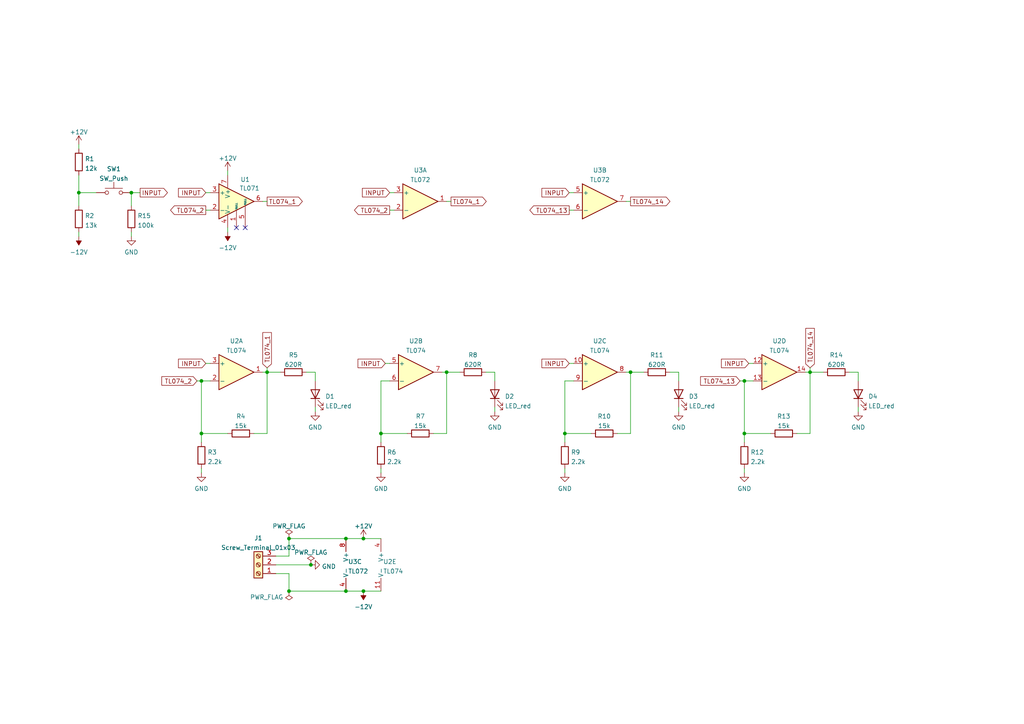
<source format=kicad_sch>
(kicad_sch (version 20211123) (generator eeschema)
  (paper "A4")
  (lib_symbols
    (symbol "ao_symbols:LED_red" (pin_numbers hide) (pin_names (offset 1.016) hide)
      (property "Reference" "D" (at 0 2.54 0))
      (property "Value" "LED_red" (at 0 -2.54 0))
      (symbol "LED_red_0_1"
        (polyline (pts (xy -1.27 -1.27) (xy -1.27 1.27)) (stroke (width 0.254)))
        (polyline (pts (xy -1.27 0) (xy 1.27 0)))
        (polyline (pts (xy 1.27 -1.27) (xy 1.27 1.27) (xy -1.27 0) (xy 1.27 -1.27)) (stroke (width 0.254)))
        (polyline (pts (xy -3.048 -0.762) (xy -4.572 -2.286) (xy -3.81 -2.286) (xy -4.572 -2.286) (xy -4.572 -1.524)))
        (polyline (pts (xy -1.778 -0.762) (xy -3.302 -2.286) (xy -2.54 -2.286) (xy -3.302 -2.286) (xy -3.302 -1.524)))
      )
      (symbol "LED_red_1_1"
        (pin passive line (at -3.81 0 0) (length 2.54) (name "K") (number "1"))
        (pin passive line (at 3.81 0 180) (length 2.54) (name "A") (number "2"))
      )
    )
    (symbol "ao_symbols:R" (pin_numbers hide) (pin_names (offset 0))
      (property "Reference" "R" (at 2.032 0 90))
      (property "Value" "R" (at 0 0 90))
      (symbol "R_0_1"
        (rectangle (start -1.016 -2.54) (end 1.016 2.54) (stroke (width 0.254)))
      )
      (symbol "R_1_1"
        (pin passive line (at 0 3.81 270) (length 1.27) (name "~") (number "1"))
        (pin passive line (at 0 -3.81 90) (length 1.27) (name "~") (number "2"))
      )
    )
    (symbol "ao_symbols:SW_Push" (pin_numbers hide) (pin_names (offset 1.016) hide)
      (property "Reference" "SW" (at 1.27 2.54 0))
      (property "Value" "SW_Push" (at 0 -1.524 0))
      (symbol "SW_Push_0_1"
        (circle (center -2.032 0) (radius 0.508))
        (polyline (pts (xy 0 1.27) (xy 0 3.048)))
        (polyline (pts (xy 2.54 1.27) (xy -2.54 1.27)))
        (circle (center 2.032 0) (radius 0.508))
        (pin passive line (at -5.08 0 0) (length 2.54) (name "1") (number "1"))
        (pin passive line (at 5.08 0 180) (length 2.54) (name "2") (number "2"))
      )
    )
    (symbol "ao_symbols:Screw_Terminal_01x03" (pin_names (offset 1.016) hide)
      (property "Reference" "J" (at 0 5.08 0))
      (property "Value" "Screw_Terminal_01x03" (at 0 -5.08 0))
      (symbol "Screw_Terminal_01x03_1_1"
        (rectangle (start -1.27 3.81) (end 1.27 -3.81) (stroke (width 0.254)) (fill (type background)))
        (circle (center 0 -2.54) (radius 0.635) (stroke (width 0.1524)))
        (polyline (pts (xy -0.5334 -2.2098) (xy 0.3302 -3.048)) (stroke (width 0.1524)))
        (polyline (pts (xy -0.5334 0.3302) (xy 0.3302 -0.508)) (stroke (width 0.1524)))
        (polyline (pts (xy -0.5334 2.8702) (xy 0.3302 2.032)) (stroke (width 0.1524)))
        (polyline (pts (xy -0.3556 -2.032) (xy 0.508 -2.8702)) (stroke (width 0.1524)))
        (polyline (pts (xy -0.3556 0.508) (xy 0.508 -0.3302)) (stroke (width 0.1524)))
        (polyline (pts (xy -0.3556 3.048) (xy 0.508 2.2098)) (stroke (width 0.1524)))
        (circle (center 0 0) (radius 0.635) (stroke (width 0.1524)))
        (circle (center 0 2.54) (radius 0.635) (stroke (width 0.1524)))
        (pin passive line (at -5.08 2.54 0) (length 3.81) (name "Pin_1") (number "1"))
        (pin passive line (at -5.08 0 0) (length 3.81) (name "Pin_2") (number "2"))
        (pin passive line (at -5.08 -2.54 0) (length 3.81) (name "Pin_3") (number "3"))
      )
    )
    (symbol "ao_symbols:TL071" (pin_names (offset 0.127))
      (property "Reference" "U" (at 0 6.35 0))
      (property "Value" "TL071" (at 0 3.81 0))
      (symbol "TL071_0_1"
        (polyline (pts (xy -5.08 5.08) (xy 5.08 0) (xy -5.08 -5.08) (xy -5.08 5.08)) (stroke (width 0.254)) (fill (type background)))
      )
      (symbol "TL071_1_1"
        (pin input line (at 0 -7.62 90) (length 5.08) (name "NULL") (number "1"))
        (pin input line (at -7.62 -2.54 0) (length 2.54) (name "-") (number "2"))
        (pin input line (at -7.62 2.54 0) (length 2.54) (name "+") (number "3"))
        (pin power_in line (at -2.54 -7.62 90) (length 3.81) (name "V-") (number "4"))
        (pin input line (at 2.54 -7.62 90) (length 6.35) (name "NULL") (number "5"))
        (pin output line (at 7.62 0 180) (length 2.54) (name "~") (number "6"))
        (pin power_in line (at -2.54 7.62 270) (length 3.81) (name "V+") (number "7"))
        (pin no_connect line (at 0 2.54 270) (length 2.54) hide (name "NC") (number "8"))
      )
    )
    (symbol "ao_symbols:TL072" (pin_names (offset 0.127))
      (property "Reference" "U" (at 0 5.08 0))
      (property "Value" "TL072" (at 0 -5.08 0))
      (symbol "TL072_1_1"
        (polyline (pts (xy -5.08 5.08) (xy 5.08 0) (xy -5.08 -5.08) (xy -5.08 5.08)) (stroke (width 0.254)) (fill (type background)))
        (pin output line (at 7.62 0 180) (length 2.54) (name "~") (number "1"))
        (pin input line (at -7.62 -2.54 0) (length 2.54) (name "-") (number "2"))
        (pin input line (at -7.62 2.54 0) (length 2.54) (name "+") (number "3"))
      )
      (symbol "TL072_2_1"
        (polyline (pts (xy -5.08 5.08) (xy 5.08 0) (xy -5.08 -5.08) (xy -5.08 5.08)) (stroke (width 0.254)) (fill (type background)))
        (pin input line (at -7.62 2.54 0) (length 2.54) (name "+") (number "5"))
        (pin input line (at -7.62 -2.54 0) (length 2.54) (name "-") (number "6"))
        (pin output line (at 7.62 0 180) (length 2.54) (name "~") (number "7"))
      )
      (symbol "TL072_3_1"
        (pin power_in line (at -2.54 -7.62 90) (length 3.81) (name "V-") (number "4"))
        (pin power_in line (at -2.54 7.62 270) (length 3.81) (name "V+") (number "8"))
      )
    )
    (symbol "ao_symbols:TL074" (pin_names (offset 0.127))
      (property "Reference" "U" (at 0 5.08 0))
      (property "Value" "TL074" (at 0 -5.08 0))
      (symbol "TL074_1_1"
        (polyline (pts (xy -5.08 5.08) (xy 5.08 0) (xy -5.08 -5.08) (xy -5.08 5.08)) (stroke (width 0.254)) (fill (type background)))
        (pin output line (at 7.62 0 180) (length 2.54) (name "~") (number "1"))
        (pin input line (at -7.62 -2.54 0) (length 2.54) (name "-") (number "2"))
        (pin input line (at -7.62 2.54 0) (length 2.54) (name "+") (number "3"))
      )
      (symbol "TL074_2_1"
        (polyline (pts (xy -5.08 5.08) (xy 5.08 0) (xy -5.08 -5.08) (xy -5.08 5.08)) (stroke (width 0.254)) (fill (type background)))
        (pin input line (at -7.62 2.54 0) (length 2.54) (name "+") (number "5"))
        (pin input line (at -7.62 -2.54 0) (length 2.54) (name "-") (number "6"))
        (pin output line (at 7.62 0 180) (length 2.54) (name "~") (number "7"))
      )
      (symbol "TL074_3_1"
        (polyline (pts (xy -5.08 5.08) (xy 5.08 0) (xy -5.08 -5.08) (xy -5.08 5.08)) (stroke (width 0.254)) (fill (type background)))
        (pin input line (at -7.62 2.54 0) (length 2.54) (name "+") (number "10"))
        (pin output line (at 7.62 0 180) (length 2.54) (name "~") (number "8"))
        (pin input line (at -7.62 -2.54 0) (length 2.54) (name "-") (number "9"))
      )
      (symbol "TL074_4_1"
        (polyline (pts (xy -5.08 5.08) (xy 5.08 0) (xy -5.08 -5.08) (xy -5.08 5.08)) (stroke (width 0.254)) (fill (type background)))
        (pin input line (at -7.62 2.54 0) (length 2.54) (name "+") (number "12"))
        (pin input line (at -7.62 -2.54 0) (length 2.54) (name "-") (number "13"))
        (pin output line (at 7.62 0 180) (length 2.54) (name "~") (number "14"))
      )
      (symbol "TL074_5_1"
        (pin power_in line (at -2.54 -7.62 90) (length 3.81) (name "V-") (number "11"))
        (pin power_in line (at -2.54 7.62 270) (length 3.81) (name "V+") (number "4"))
      )
    )
    (symbol "power:+12V" (power) (pin_names (offset 0))
      (property "Value" "+12V" (at 0 3.556 0))
      (symbol "+12V_0_1"
        (polyline (pts (xy -0.762 1.27) (xy 0 2.54)))
        (polyline (pts (xy 0 0) (xy 0 2.54)))
        (polyline (pts (xy 0 2.54) (xy 0.762 1.27)))
      )
      (symbol "+12V_1_1"
        (pin power_in line (at 0 0 90) (length 0) hide (name "+12V") (number "1"))
      )
    )
    (symbol "power:-12V" (power) (pin_names (offset 0))
      (property "Value" "-12V" (at 0 3.81 0))
      (symbol "-12V_0_0"
        (pin power_in line (at 0 0 90) (length 0) hide (name "-12V") (number "1"))
      )
      (symbol "-12V_0_1"
        (polyline (pts (xy 0 0) (xy 0 1.27) (xy 0.762 1.27) (xy 0 2.54) (xy -0.762 1.27) (xy 0 1.27)) (fill (type outline)))
      )
    )
    (symbol "power:GND" (power) (pin_names (offset 0))
      (property "Value" "GND" (at 0 -3.81 0))
      (symbol "GND_0_1"
        (polyline (pts (xy 0 0) (xy 0 -1.27) (xy 1.27 -1.27) (xy 0 -2.54) (xy -1.27 -1.27) (xy 0 -1.27)))
      )
      (symbol "GND_1_1"
        (pin power_in line (at 0 0 270) (length 0) hide (name "GND") (number "1"))
      )
    )
    (symbol "power:PWR_FLAG" (power) (pin_numbers hide) (pin_names (offset 0) hide)
      (property "Value" "PWR_FLAG" (at 0 3.81 0))
      (symbol "PWR_FLAG_0_0"
        (pin power_out line (at 0 0 90) (length 0) (name "pwr") (number "1"))
      )
      (symbol "PWR_FLAG_0_1"
        (polyline (pts (xy 0 0) (xy 0 1.27) (xy -1.016 1.905) (xy 0 2.54) (xy 1.016 1.905) (xy 0 1.27)))
      )
    )
  )
  (junction (at 105.41 171.45))
  (junction (at 100.33 171.45))
  (junction (at 105.41 156.21))
  (junction (at 110.49 125.73))
  (junction (at 77.47 107.95))
  (junction (at 38.1 55.88))
  (junction (at 83.82 156.21))
  (junction (at 100.33 156.21))
  (junction (at 215.9 110.49))
  (junction (at 58.42 110.49))
  (junction (at 83.82 171.45))
  (junction (at 90.17 163.83))
  (junction (at 182.88 107.95))
  (junction (at 22.86 55.88))
  (junction (at 163.83 125.73))
  (junction (at 234.95 107.95))
  (junction (at 129.54 107.95))
  (junction (at 215.9 125.73))
  (junction (at 58.42 125.73))
  (no_connect (at 68.58 66.04))
  (no_connect (at 71.12 66.04))
  (wire (pts (xy 215.9 125.73) (xy 215.9 128.27)))
  (wire (pts (xy 248.92 107.95) (xy 248.92 110.49)))
  (wire (pts (xy 60.96 60.96) (xy 59.69 60.96)))
  (wire (pts (xy 234.95 125.73) (xy 234.95 107.95)))
  (wire (pts (xy 215.9 135.89) (xy 215.9 137.16)))
  (wire (pts (xy 129.54 58.42) (xy 130.81 58.42)))
  (wire (pts (xy 113.03 55.88) (xy 114.3 55.88)))
  (wire (pts (xy 58.42 125.73) (xy 58.42 128.27)))
  (wire (pts (xy 196.85 107.95) (xy 196.85 110.49)))
  (wire (pts (xy 60.96 110.49) (xy 58.42 110.49)))
  (wire (pts (xy 38.1 55.88) (xy 40.64 55.88)))
  (wire (pts (xy 110.49 110.49) (xy 110.49 125.73)))
  (wire (pts (xy 246.38 107.95) (xy 248.92 107.95)))
  (wire (pts (xy 59.69 55.88) (xy 60.96 55.88)))
  (wire (pts (xy 83.82 166.37) (xy 83.82 171.45)))
  (wire (pts (xy 166.37 60.96) (xy 165.1 60.96)))
  (wire (pts (xy 105.41 171.45) (xy 110.49 171.45)))
  (wire (pts (xy 22.86 55.88) (xy 27.94 55.88)))
  (wire (pts (xy 58.42 110.49) (xy 57.15 110.49)))
  (wire (pts (xy 100.33 171.45) (xy 105.41 171.45)))
  (wire (pts (xy 38.1 68.58) (xy 38.1 67.31)))
  (wire (pts (xy 163.83 125.73) (xy 163.83 128.27)))
  (wire (pts (xy 182.88 107.95) (xy 181.61 107.95)))
  (wire (pts (xy 111.76 105.41) (xy 113.03 105.41)))
  (wire (pts (xy 215.9 110.49) (xy 214.63 110.49)))
  (wire (pts (xy 133.35 107.95) (xy 129.54 107.95)))
  (wire (pts (xy 83.82 171.45) (xy 100.33 171.45)))
  (wire (pts (xy 234.95 107.95) (xy 234.95 106.68)))
  (wire (pts (xy 231.14 125.73) (xy 234.95 125.73)))
  (wire (pts (xy 91.44 118.11) (xy 91.44 119.38)))
  (wire (pts (xy 223.52 125.73) (xy 215.9 125.73)))
  (wire (pts (xy 165.1 55.88) (xy 166.37 55.88)))
  (wire (pts (xy 140.97 107.95) (xy 143.51 107.95)))
  (wire (pts (xy 218.44 110.49) (xy 215.9 110.49)))
  (wire (pts (xy 234.95 107.95) (xy 233.68 107.95)))
  (wire (pts (xy 76.2 58.42) (xy 77.47 58.42)))
  (wire (pts (xy 163.83 135.89) (xy 163.83 137.16)))
  (wire (pts (xy 80.01 166.37) (xy 83.82 166.37)))
  (wire (pts (xy 129.54 125.73) (xy 129.54 107.95)))
  (wire (pts (xy 143.51 107.95) (xy 143.51 110.49)))
  (wire (pts (xy 125.73 125.73) (xy 129.54 125.73)))
  (wire (pts (xy 105.41 156.21) (xy 110.49 156.21)))
  (wire (pts (xy 186.69 107.95) (xy 182.88 107.95)))
  (wire (pts (xy 171.45 125.73) (xy 163.83 125.73)))
  (wire (pts (xy 73.66 125.73) (xy 77.47 125.73)))
  (wire (pts (xy 196.85 118.11) (xy 196.85 119.38)))
  (wire (pts (xy 129.54 107.95) (xy 128.27 107.95)))
  (wire (pts (xy 80.01 163.83) (xy 90.17 163.83)))
  (wire (pts (xy 22.86 67.31) (xy 22.86 68.58)))
  (wire (pts (xy 80.01 161.29) (xy 83.82 161.29)))
  (wire (pts (xy 22.86 50.8) (xy 22.86 55.88)))
  (wire (pts (xy 217.17 105.41) (xy 218.44 105.41)))
  (wire (pts (xy 83.82 161.29) (xy 83.82 156.21)))
  (wire (pts (xy 58.42 110.49) (xy 58.42 125.73)))
  (wire (pts (xy 81.28 107.95) (xy 77.47 107.95)))
  (wire (pts (xy 194.31 107.95) (xy 196.85 107.95)))
  (wire (pts (xy 118.11 125.73) (xy 110.49 125.73)))
  (wire (pts (xy 110.49 135.89) (xy 110.49 137.16)))
  (wire (pts (xy 83.82 156.21) (xy 100.33 156.21)))
  (wire (pts (xy 77.47 107.95) (xy 77.47 106.68)))
  (wire (pts (xy 77.47 107.95) (xy 76.2 107.95)))
  (wire (pts (xy 38.1 59.69) (xy 38.1 55.88)))
  (wire (pts (xy 66.04 125.73) (xy 58.42 125.73)))
  (wire (pts (xy 66.04 49.53) (xy 66.04 50.8)))
  (wire (pts (xy 114.3 60.96) (xy 113.03 60.96)))
  (wire (pts (xy 22.86 55.88) (xy 22.86 59.69)))
  (wire (pts (xy 100.33 156.21) (xy 105.41 156.21)))
  (wire (pts (xy 91.44 107.95) (xy 91.44 110.49)))
  (wire (pts (xy 88.9 107.95) (xy 91.44 107.95)))
  (wire (pts (xy 165.1 105.41) (xy 166.37 105.41)))
  (wire (pts (xy 181.61 58.42) (xy 182.88 58.42)))
  (wire (pts (xy 238.76 107.95) (xy 234.95 107.95)))
  (wire (pts (xy 166.37 110.49) (xy 163.83 110.49)))
  (wire (pts (xy 110.49 125.73) (xy 110.49 128.27)))
  (wire (pts (xy 248.92 118.11) (xy 248.92 119.38)))
  (wire (pts (xy 77.47 125.73) (xy 77.47 107.95)))
  (wire (pts (xy 59.69 105.41) (xy 60.96 105.41)))
  (wire (pts (xy 66.04 66.04) (xy 66.04 67.31)))
  (wire (pts (xy 163.83 110.49) (xy 163.83 125.73)))
  (wire (pts (xy 143.51 118.11) (xy 143.51 119.38)))
  (wire (pts (xy 22.86 41.91) (xy 22.86 43.18)))
  (wire (pts (xy 182.88 125.73) (xy 182.88 107.95)))
  (wire (pts (xy 113.03 110.49) (xy 110.49 110.49)))
  (wire (pts (xy 215.9 110.49) (xy 215.9 125.73)))
  (wire (pts (xy 179.07 125.73) (xy 182.88 125.73)))
  (wire (pts (xy 58.42 135.89) (xy 58.42 137.16)))
  (global_label "INPUT" (shape input) (at 165.1 55.88 180) (property "Intersheet References" "${INTERSHEET_REFS}" (effects hide)))
  (global_label "TL074_14" (shape input) (at 234.95 106.68 90) (property "Intersheet References" "${INTERSHEET_REFS}" (effects hide)))
  (global_label "TL074_1" (shape output) (at 77.47 58.42 0) (property "Intersheet References" "${INTERSHEET_REFS}" (effects hide)))
  (global_label "INPUT" (shape input) (at 113.03 55.88 180) (property "Intersheet References" "${INTERSHEET_REFS}" (effects hide)))
  (global_label "INPUT" (shape input) (at 59.69 105.41 180) (property "Intersheet References" "${INTERSHEET_REFS}" (effects hide)))
  (global_label "TL074_1" (shape input) (at 77.47 106.68 90) (property "Intersheet References" "${INTERSHEET_REFS}" (effects hide)))
  (global_label "TL074_13" (shape output) (at 165.1 60.96 180) (property "Intersheet References" "${INTERSHEET_REFS}" (effects hide)))
  (global_label "TL074_2" (shape output) (at 113.03 60.96 180) (property "Intersheet References" "${INTERSHEET_REFS}" (effects hide)))
  (global_label "INPUT" (shape input) (at 111.76 105.41 180) (property "Intersheet References" "${INTERSHEET_REFS}" (effects hide)))
  (global_label "TL074_2" (shape input) (at 57.15 110.49 180) (property "Intersheet References" "${INTERSHEET_REFS}" (effects hide)))
  (global_label "TL074_14" (shape output) (at 182.88 58.42 0) (property "Intersheet References" "${INTERSHEET_REFS}" (effects hide)))
  (global_label "INPUT" (shape output) (at 40.64 55.88 0) (property "Intersheet References" "${INTERSHEET_REFS}" (effects hide)))
  (global_label "INPUT" (shape input) (at 217.17 105.41 180) (property "Intersheet References" "${INTERSHEET_REFS}" (effects hide)))
  (global_label "TL074_13" (shape input) (at 214.63 110.49 180) (property "Intersheet References" "${INTERSHEET_REFS}" (effects hide)))
  (global_label "INPUT" (shape input) (at 59.69 55.88 180) (property "Intersheet References" "${INTERSHEET_REFS}" (effects hide)))
  (global_label "TL074_2" (shape output) (at 59.69 60.96 180) (property "Intersheet References" "${INTERSHEET_REFS}" (effects hide)))
  (global_label "TL074_1" (shape output) (at 130.81 58.42 0) (property "Intersheet References" "${INTERSHEET_REFS}" (effects hide)))
  (global_label "INPUT" (shape input) (at 165.1 105.41 180) (property "Intersheet References" "${INTERSHEET_REFS}" (effects hide)))
  (symbol (lib_id "power:GND") (at 248.92 119.38 0) (unit 1)
    (property "Reference" "#PWR015" (effects hide))
    (property "Value" "GND" (at 248.92 123.9425 0))
  )
  (symbol (lib_id "ao_symbols:R") (at 137.16 107.95 90) (unit 1)
    (property "Reference" "R8" (at 137.16 102.9675 90))
    (property "Value" "620R" (at 137.16 105.7426 90))
    (property "Footprint" "ao_tht:R_Axial_DIN0207_L6.3mm_D2.5mm_P10.16mm_Horizontal" (effects hide))
    (property "Vendor" "Tayda" (effects hide))
  )
  (symbol (lib_id "ao_symbols:TL074") (at 113.03 163.83 0) (unit 5)
    (property "Reference" "U2" (at 111.125 162.9215 0) (effects (justify left)))
    (property "Value" "TL074" (at 111.125 165.6966 0) (effects (justify left)))
    (property "Footprint" "ao_tht:DIP-14_W7.62mm_Socket_LongPads" (effects hide))
    (property "Vendor" "Tayda" (effects hide))
    (property "SKU" "A-1138" (effects hide))
  )
  (symbol (lib_id "ao_symbols:R") (at 242.57 107.95 90) (unit 1)
    (property "Reference" "R14" (at 242.57 102.9675 90))
    (property "Value" "620R" (at 242.57 105.7426 90))
    (property "Footprint" "ao_tht:R_Axial_DIN0207_L6.3mm_D2.5mm_P10.16mm_Horizontal" (effects hide))
    (property "Vendor" "Tayda" (effects hide))
  )
  (symbol (lib_id "ao_symbols:R") (at 85.09 107.95 90) (unit 1)
    (property "Reference" "R5" (at 85.09 102.9675 90))
    (property "Value" "620R" (at 85.09 105.7426 90))
    (property "Footprint" "ao_tht:R_Axial_DIN0207_L6.3mm_D2.5mm_P10.16mm_Horizontal" (effects hide))
    (property "Vendor" "Tayda" (effects hide))
  )
  (symbol (lib_id "ao_symbols:TL072") (at 173.99 58.42 0) (unit 2)
    (property "Reference" "U3" (at 173.99 49.3735 0))
    (property "Value" "TL072" (at 173.99 52.1486 0))
    (property "Footprint" "ao_tht:DIP-8_W7.62mm_Socket_LongPads" (effects hide))
    (property "Vendor" "Tayda" (effects hide))
    (property "SKU" "A-037" (effects hide))
  )
  (symbol (lib_id "ao_symbols:TL071") (at 68.58 58.42 0) (unit 1)
    (property "Reference" "U1" (at 71.12 52.07 0))
    (property "Value" "TL071" (at 72.39 54.61 0))
    (property "Footprint" "ao_tht:DIP-8_W7.62mm_Socket_LongPads" (effects hide))
    (property "Vendor" "Tayda" (effects hide))
    (property "SKU" "A-1135" (effects hide))
  )
  (symbol (lib_id "power:-12V") (at 105.41 171.45 180) (unit 1)
    (property "Reference" "#PWR09" (effects hide))
    (property "Value" "-12V" (at 105.41 176.0125 0))
  )
  (symbol (lib_id "ao_symbols:TL072") (at 121.92 58.42 0) (unit 1)
    (property "Reference" "U3" (at 121.92 49.3735 0))
    (property "Value" "TL072" (at 121.92 52.1486 0))
    (property "Footprint" "ao_tht:DIP-8_W7.62mm_Socket_LongPads" (effects hide))
    (property "Vendor" "Tayda" (effects hide))
    (property "SKU" "A-037" (effects hide))
  )
  (symbol (lib_id "ao_symbols:R") (at 215.9 132.08 0) (unit 1)
    (property "Reference" "R12" (at 217.678 131.1715 0) (effects (justify left)))
    (property "Value" "2.2k" (at 217.678 133.9466 0) (effects (justify left)))
    (property "Footprint" "ao_tht:R_Axial_DIN0207_L6.3mm_D2.5mm_P10.16mm_Horizontal" (effects hide))
    (property "Vendor" "Tayda" (effects hide))
  )
  (symbol (lib_id "ao_symbols:R") (at 69.85 125.73 90) (unit 1)
    (property "Reference" "R4" (at 69.85 120.7475 90))
    (property "Value" "15k" (at 69.85 123.5226 90))
    (property "Footprint" "ao_tht:R_Axial_DIN0207_L6.3mm_D2.5mm_P10.16mm_Horizontal" (effects hide))
    (property "Vendor" "Tayda" (effects hide))
  )
  (symbol (lib_id "power:PWR_FLAG") (at 83.82 156.21 0) (unit 1)
    (property "Reference" "#FLG01" (effects hide))
    (property "Value" "PWR_FLAG" (at 83.82 152.6055 0))
  )
  (symbol (lib_id "ao_symbols:R") (at 227.33 125.73 90) (unit 1)
    (property "Reference" "R13" (at 227.33 120.7475 90))
    (property "Value" "15k" (at 227.33 123.5226 90))
    (property "Footprint" "ao_tht:R_Axial_DIN0207_L6.3mm_D2.5mm_P10.16mm_Horizontal" (effects hide))
    (property "Vendor" "Tayda" (effects hide))
  )
  (symbol (lib_id "ao_symbols:R") (at 58.42 132.08 0) (unit 1)
    (property "Reference" "R3" (at 60.198 131.1715 0) (effects (justify left)))
    (property "Value" "2.2k" (at 60.198 133.9466 0) (effects (justify left)))
    (property "Footprint" "ao_tht:R_Axial_DIN0207_L6.3mm_D2.5mm_P10.16mm_Horizontal" (effects hide))
    (property "Vendor" "Tayda" (effects hide))
  )
  (symbol (lib_id "ao_symbols:R") (at 190.5 107.95 90) (unit 1)
    (property "Reference" "R11" (at 190.5 102.9675 90))
    (property "Value" "620R" (at 190.5 105.7426 90))
    (property "Footprint" "ao_tht:R_Axial_DIN0207_L6.3mm_D2.5mm_P10.16mm_Horizontal" (effects hide))
    (property "Vendor" "Tayda" (effects hide))
  )
  (symbol (lib_id "ao_symbols:TL074") (at 173.99 107.95 0) (unit 3)
    (property "Reference" "U2" (at 173.99 98.9035 0))
    (property "Value" "TL074" (at 173.99 101.6786 0))
    (property "Footprint" "ao_tht:DIP-14_W7.62mm_Socket_LongPads" (effects hide))
    (property "Vendor" "Tayda" (effects hide))
    (property "SKU" "A-1138" (effects hide))
  )
  (symbol (lib_id "ao_symbols:R") (at 175.26 125.73 90) (unit 1)
    (property "Reference" "R10" (at 175.26 120.7475 90))
    (property "Value" "15k" (at 175.26 123.5226 90))
    (property "Footprint" "ao_tht:R_Axial_DIN0207_L6.3mm_D2.5mm_P10.16mm_Horizontal" (effects hide))
    (property "Vendor" "Tayda" (effects hide))
  )
  (symbol (lib_id "power:-12V") (at 22.86 68.58 180) (unit 1)
    (property "Reference" "#PWR02" (effects hide))
    (property "Value" "-12V" (at 22.86 73.1425 0))
  )
  (symbol (lib_id "power:GND") (at 91.44 119.38 0) (unit 1)
    (property "Reference" "#PWR07" (effects hide))
    (property "Value" "GND" (at 91.44 123.9425 0))
  )
  (symbol (lib_id "ao_symbols:R") (at 22.86 46.99 0) (unit 1)
    (property "Reference" "R1" (at 24.638 46.0815 0) (effects (justify left)))
    (property "Value" "12k" (at 24.638 48.8566 0) (effects (justify left)))
    (property "Footprint" "ao_tht:R_Axial_DIN0207_L6.3mm_D2.5mm_P10.16mm_Horizontal" (effects hide))
    (property "Vendor" "Tayda" (effects hide))
  )
  (symbol (lib_id "power:GND") (at 196.85 119.38 0) (unit 1)
    (property "Reference" "#PWR013" (effects hide))
    (property "Value" "GND" (at 196.85 123.9425 0))
  )
  (symbol (lib_id "ao_symbols:R") (at 22.86 63.5 0) (unit 1)
    (property "Reference" "R2" (at 24.638 62.5915 0) (effects (justify left)))
    (property "Value" "13k" (at 24.638 65.3666 0) (effects (justify left)))
    (property "Footprint" "ao_tht:R_Axial_DIN0207_L6.3mm_D2.5mm_P10.16mm_Horizontal" (effects hide))
    (property "Vendor" "Tayda" (effects hide))
  )
  (symbol (lib_id "power:PWR_FLAG") (at 83.82 171.45 0) (mirror x) (unit 1)
    (property "Reference" "#FLG02" (effects hide))
    (property "Value" "PWR_FLAG" (at 82.1691 173.199 0) (effects (justify right)))
  )
  (symbol (lib_id "ao_symbols:SW_Push") (at 33.02 55.88 0) (unit 1)
    (property "Reference" "SW1" (at 33.02 48.9925 0))
    (property "Value" "SW_Push" (at 33.02 51.7676 0))
    (property "Footprint" "Button_Switch_THT:SW_PUSH_6mm" (effects hide))
    (property "Vendor" "Tayda" (effects hide))
    (property "SKU" "A-3487" (effects hide))
  )
  (symbol (lib_id "ao_symbols:R") (at 163.83 132.08 0) (unit 1)
    (property "Reference" "R9" (at 165.608 131.1715 0) (effects (justify left)))
    (property "Value" "2.2k" (at 165.608 133.9466 0) (effects (justify left)))
    (property "Footprint" "ao_tht:R_Axial_DIN0207_L6.3mm_D2.5mm_P10.16mm_Horizontal" (effects hide))
    (property "Vendor" "Tayda" (effects hide))
  )
  (symbol (lib_id "power:GND") (at 163.83 137.16 0) (unit 1)
    (property "Reference" "#PWR012" (effects hide))
    (property "Value" "GND" (at 163.83 141.7225 0))
  )
  (symbol (lib_id "power:GND") (at 143.51 119.38 0) (unit 1)
    (property "Reference" "#PWR011" (effects hide))
    (property "Value" "GND" (at 143.51 123.9425 0))
  )
  (symbol (lib_id "power:GND") (at 38.1 68.58 0) (unit 1)
    (property "Reference" "#PWR016" (effects hide))
    (property "Value" "GND" (at 38.1 73.1425 0))
  )
  (symbol (lib_id "ao_symbols:LED_red") (at 196.85 114.3 90) (unit 1)
    (property "Reference" "D3" (at 199.771 114.979 90) (effects (justify right)))
    (property "Value" "LED_red" (at 199.771 117.7541 90) (effects (justify right)))
    (property "Footprint" "LED_THT:LED_D3.0mm" (effects hide))
    (property "Vendor" "Tayda" (effects hide))
    (property "SKU" "A-1554" (effects hide))
  )
  (symbol (lib_id "ao_symbols:LED_red") (at 248.92 114.3 90) (unit 1)
    (property "Reference" "D4" (at 251.841 114.979 90) (effects (justify right)))
    (property "Value" "LED_red" (at 251.841 117.7541 90) (effects (justify right)))
    (property "Footprint" "LED_THT:LED_D3.0mm" (effects hide))
    (property "Vendor" "Tayda" (effects hide))
    (property "SKU" "A-1554" (effects hide))
  )
  (symbol (lib_id "power:GND") (at 58.42 137.16 0) (unit 1)
    (property "Reference" "#PWR03" (effects hide))
    (property "Value" "GND" (at 58.42 141.7225 0))
  )
  (symbol (lib_id "ao_symbols:R") (at 38.1 63.5 0) (unit 1)
    (property "Reference" "R15" (at 39.878 62.5915 0) (effects (justify left)))
    (property "Value" "100k" (at 39.878 65.3666 0) (effects (justify left)))
    (property "Footprint" "ao_tht:R_Axial_DIN0207_L6.3mm_D2.5mm_P10.16mm_Horizontal" (effects hide))
    (property "Vendor" "Tayda" (effects hide))
  )
  (symbol (lib_id "ao_symbols:TL074") (at 68.58 107.95 0) (unit 1)
    (property "Reference" "U2" (at 68.58 98.9035 0))
    (property "Value" "TL074" (at 68.58 101.6786 0))
    (property "Footprint" "ao_tht:DIP-14_W7.62mm_Socket_LongPads" (effects hide))
    (property "Vendor" "Tayda" (effects hide))
    (property "SKU" "A-1138" (effects hide))
  )
  (symbol (lib_id "power:-12V") (at 66.04 67.31 180) (unit 1)
    (property "Reference" "#PWR05" (effects hide))
    (property "Value" "-12V" (at 66.04 71.8725 0))
  )
  (symbol (lib_id "ao_symbols:LED_red") (at 91.44 114.3 90) (unit 1)
    (property "Reference" "D1" (at 94.361 114.979 90) (effects (justify right)))
    (property "Value" "LED_red" (at 94.361 117.7541 90) (effects (justify right)))
    (property "Footprint" "LED_THT:LED_D3.0mm" (effects hide))
    (property "Vendor" "Tayda" (effects hide))
    (property "SKU" "A-1554" (effects hide))
  )
  (symbol (lib_id "power:GND") (at 215.9 137.16 0) (unit 1)
    (property "Reference" "#PWR014" (effects hide))
    (property "Value" "GND" (at 215.9 141.7225 0))
  )
  (symbol (lib_id "ao_symbols:TL074") (at 226.06 107.95 0) (unit 4)
    (property "Reference" "U2" (at 226.06 98.9035 0))
    (property "Value" "TL074" (at 226.06 101.6786 0))
    (property "Footprint" "ao_tht:DIP-14_W7.62mm_Socket_LongPads" (effects hide))
    (property "Vendor" "Tayda" (effects hide))
    (property "SKU" "A-1138" (effects hide))
  )
  (symbol (lib_id "power:GND") (at 90.17 163.83 90) (unit 1)
    (property "Reference" "#PWR06" (effects hide))
    (property "Value" "GND" (at 93.345 164.309 90) (effects (justify right)))
  )
  (symbol (lib_id "ao_symbols:Screw_Terminal_01x03") (at 74.93 163.83 180) (unit 1)
    (property "Reference" "J1" (at 74.93 156.0535 0))
    (property "Value" "Screw_Terminal_01x03" (at 74.93 158.8286 0))
    (property "Footprint" "ao_tht:TerminalBlock_dinkle_pluggable_3_P5.00mm" (effects hide))
    (property "Manufacturer" "Degson" (effects hide))
    (property "Part" "DG301" (effects hide))
    (property "Vendor" "Tayda" (effects hide))
    (property "SKU" "A-669" (effects hide))
  )
  (symbol (lib_id "power:+12V") (at 22.86 41.91 0) (unit 1)
    (property "Reference" "#PWR01" (effects hide))
    (property "Value" "+12V" (at 22.86 38.3055 0))
  )
  (symbol (lib_id "power:+12V") (at 66.04 49.53 0) (unit 1)
    (property "Reference" "#PWR04" (effects hide))
    (property "Value" "+12V" (at 66.04 45.9255 0))
  )
  (symbol (lib_id "ao_symbols:TL072") (at 102.87 163.83 0) (unit 3)
    (property "Reference" "U3" (at 100.965 162.9215 0) (effects (justify left)))
    (property "Value" "TL072" (at 100.965 165.6966 0) (effects (justify left)))
    (property "Footprint" "ao_tht:DIP-8_W7.62mm_Socket_LongPads" (effects hide))
    (property "Vendor" "Tayda" (effects hide))
    (property "SKU" "A-037" (effects hide))
  )
  (symbol (lib_id "power:GND") (at 110.49 137.16 0) (unit 1)
    (property "Reference" "#PWR010" (effects hide))
    (property "Value" "GND" (at 110.49 141.7225 0))
  )
  (symbol (lib_id "ao_symbols:LED_red") (at 143.51 114.3 90) (unit 1)
    (property "Reference" "D2" (at 146.431 114.979 90) (effects (justify right)))
    (property "Value" "LED_red" (at 146.431 117.7541 90) (effects (justify right)))
    (property "Footprint" "LED_THT:LED_D3.0mm" (effects hide))
    (property "Vendor" "Tayda" (effects hide))
    (property "SKU" "A-1554" (effects hide))
  )
  (symbol (lib_id "ao_symbols:TL074") (at 120.65 107.95 0) (unit 2)
    (property "Reference" "U2" (at 120.65 98.9035 0))
    (property "Value" "TL074" (at 120.65 101.6786 0))
    (property "Footprint" "ao_tht:DIP-14_W7.62mm_Socket_LongPads" (effects hide))
    (property "Vendor" "Tayda" (effects hide))
    (property "SKU" "A-1138" (effects hide))
  )
  (symbol (lib_id "power:PWR_FLAG") (at 90.17 163.83 0) (unit 1)
    (property "Reference" "#FLG03" (effects hide))
    (property "Value" "PWR_FLAG" (at 90.17 160.2255 0))
  )
  (symbol (lib_id "ao_symbols:R") (at 121.92 125.73 90) (unit 1)
    (property "Reference" "R7" (at 121.92 120.7475 90))
    (property "Value" "15k" (at 121.92 123.5226 90))
    (property "Footprint" "ao_tht:R_Axial_DIN0207_L6.3mm_D2.5mm_P10.16mm_Horizontal" (effects hide))
    (property "Vendor" "Tayda" (effects hide))
  )
  (symbol (lib_id "ao_symbols:R") (at 110.49 132.08 0) (unit 1)
    (property "Reference" "R6" (at 112.268 131.1715 0) (effects (justify left)))
    (property "Value" "2.2k" (at 112.268 133.9466 0) (effects (justify left)))
    (property "Footprint" "ao_tht:R_Axial_DIN0207_L6.3mm_D2.5mm_P10.16mm_Horizontal" (effects hide))
    (property "Vendor" "Tayda" (effects hide))
  )
  (symbol (lib_id "power:+12V") (at 105.41 156.21 0) (unit 1)
    (property "Reference" "#PWR08" (effects hide))
    (property "Value" "+12V" (at 105.41 152.6055 0))
  )
)
</source>
